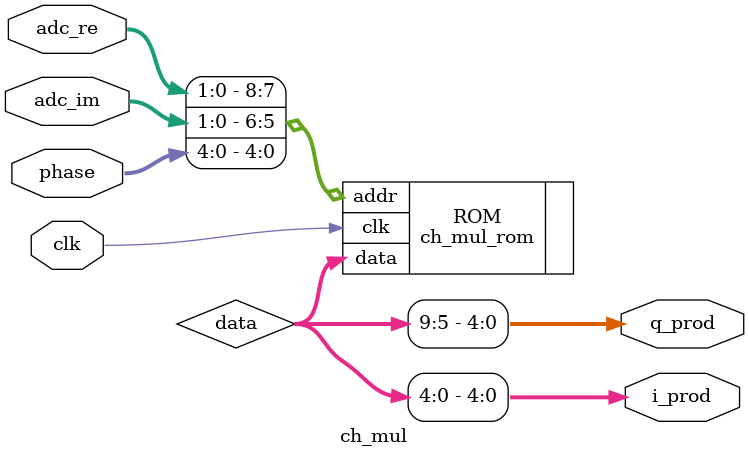
<source format=sv>
module ch_mul (
    input       clk,
    input [1:0] adc_re,
    input [1:0] adc_im,
    input [4:0] phase,
    output reg signed [4:0] i_prod,
    output reg signed [4:0] q_prod
);

logic [9:0] data;

ch_mul_rom ROM(
    .clk  (clk),
    .data (data),
    .addr ({adc_re, adc_im, phase})
);

assign i_prod = data[4:0];
assign q_prod = data[9:5];

endmodule

</source>
